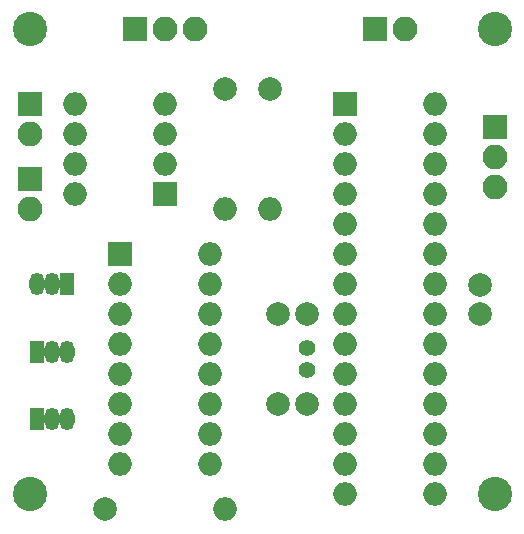
<source format=gts>
G04 #@! TF.FileFunction,Soldermask,Top*
%FSLAX46Y46*%
G04 Gerber Fmt 4.6, Leading zero omitted, Abs format (unit mm)*
G04 Created by KiCad (PCBNEW 4.0.7) date Tuesday, September 19, 2017 'PMt' 09:44:46 PM*
%MOMM*%
%LPD*%
G01*
G04 APERTURE LIST*
%ADD10C,0.100000*%
%ADD11R,2.000000X2.000000*%
%ADD12O,2.000000X2.000000*%
%ADD13C,2.000000*%
%ADD14C,1.400000*%
%ADD15R,2.100000X2.100000*%
%ADD16O,2.100000X2.100000*%
%ADD17C,2.900000*%
%ADD18O,1.300000X1.900000*%
%ADD19R,1.300000X1.900000*%
G04 APERTURE END LIST*
D10*
D11*
X133350000Y-92075000D03*
D12*
X140970000Y-109855000D03*
X133350000Y-94615000D03*
X140970000Y-107315000D03*
X133350000Y-97155000D03*
X140970000Y-104775000D03*
X133350000Y-99695000D03*
X140970000Y-102235000D03*
X133350000Y-102235000D03*
X140970000Y-99695000D03*
X133350000Y-104775000D03*
X140970000Y-97155000D03*
X133350000Y-107315000D03*
X140970000Y-94615000D03*
X133350000Y-109855000D03*
X140970000Y-92075000D03*
D13*
X163830000Y-97155000D03*
X163830000Y-94655000D03*
X149225000Y-104775000D03*
X146725000Y-104775000D03*
X149225000Y-97155000D03*
X146725000Y-97155000D03*
X142240000Y-78105000D03*
D12*
X142240000Y-88265000D03*
D13*
X146050000Y-78105000D03*
D12*
X146050000Y-88265000D03*
D13*
X132080000Y-113665000D03*
D12*
X142240000Y-113665000D03*
D11*
X152400000Y-79375000D03*
D12*
X160020000Y-112395000D03*
X152400000Y-81915000D03*
X160020000Y-109855000D03*
X152400000Y-84455000D03*
X160020000Y-107315000D03*
X152400000Y-86995000D03*
X160020000Y-104775000D03*
X152400000Y-89535000D03*
X160020000Y-102235000D03*
X152400000Y-92075000D03*
X160020000Y-99695000D03*
X152400000Y-94615000D03*
X160020000Y-97155000D03*
X152400000Y-97155000D03*
X160020000Y-94615000D03*
X152400000Y-99695000D03*
X160020000Y-92075000D03*
X152400000Y-102235000D03*
X160020000Y-89535000D03*
X152400000Y-104775000D03*
X160020000Y-86995000D03*
X152400000Y-107315000D03*
X160020000Y-84455000D03*
X152400000Y-109855000D03*
X160020000Y-81915000D03*
X152400000Y-112395000D03*
X160020000Y-79375000D03*
D11*
X137160000Y-86995000D03*
D12*
X129540000Y-79375000D03*
X137160000Y-84455000D03*
X129540000Y-81915000D03*
X137160000Y-81915000D03*
X129540000Y-84455000D03*
X137160000Y-79375000D03*
X129540000Y-86995000D03*
D14*
X149199600Y-101899720D03*
X149199600Y-99999720D03*
D15*
X154940000Y-73025000D03*
D16*
X157480000Y-73025000D03*
D15*
X125730000Y-79375000D03*
D16*
X125730000Y-81915000D03*
D15*
X134620000Y-73025000D03*
D16*
X137160000Y-73025000D03*
X139700000Y-73025000D03*
D15*
X165100000Y-81280000D03*
D16*
X165100000Y-83820000D03*
X165100000Y-86360000D03*
D15*
X125730000Y-85725000D03*
D16*
X125730000Y-88265000D03*
D17*
X165100000Y-73025000D03*
X165100000Y-112395000D03*
X125730000Y-112395000D03*
X125730000Y-73025000D03*
D18*
X127635000Y-106045000D03*
X128905000Y-106045000D03*
D19*
X126365000Y-106045000D03*
D18*
X127635000Y-94615000D03*
X126365000Y-94615000D03*
D19*
X128905000Y-94615000D03*
D18*
X127635000Y-100330000D03*
X128905000Y-100330000D03*
D19*
X126365000Y-100330000D03*
M02*

</source>
